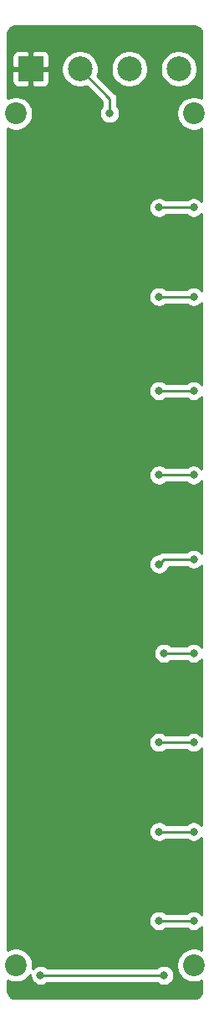
<source format=gbr>
G04 #@! TF.GenerationSoftware,KiCad,Pcbnew,5.1.0*
G04 #@! TF.CreationDate,2019-04-04T22:18:19-05:00*
G04 #@! TF.ProjectId,Strips,53747269-7073-42e6-9b69-6361645f7063,rev?*
G04 #@! TF.SameCoordinates,Original*
G04 #@! TF.FileFunction,Copper,L2,Bot*
G04 #@! TF.FilePolarity,Positive*
%FSLAX46Y46*%
G04 Gerber Fmt 4.6, Leading zero omitted, Abs format (unit mm)*
G04 Created by KiCad (PCBNEW 5.1.0) date 2019-04-04 22:18:19*
%MOMM*%
%LPD*%
G04 APERTURE LIST*
%ADD10C,2.200000*%
%ADD11R,2.500000X2.500000*%
%ADD12C,2.500000*%
%ADD13C,0.800000*%
%ADD14C,0.250000*%
%ADD15C,0.254000*%
G04 APERTURE END LIST*
D10*
X131500000Y-54000000D03*
X149500000Y-54000000D03*
X131500000Y-140000000D03*
X149500000Y-140000000D03*
D11*
X133000000Y-49500000D03*
D12*
X138000000Y-49500000D03*
X143000000Y-49500000D03*
X148000000Y-49500000D03*
D13*
X146000000Y-135500000D03*
X149500000Y-135500000D03*
X146000000Y-126500000D03*
X149500000Y-126500000D03*
X146000000Y-117500000D03*
X149500000Y-117500000D03*
X146500000Y-108500000D03*
X149500000Y-108500000D03*
X146000000Y-99500000D03*
X149500000Y-99000000D03*
X146000000Y-90500000D03*
X149500000Y-90500000D03*
X146000000Y-82000000D03*
X149500000Y-82000000D03*
X146000000Y-72500000D03*
X149500000Y-72500000D03*
X146000000Y-63500000D03*
X149500000Y-63500000D03*
X141000000Y-54000000D03*
X135000000Y-58500000D03*
X134000000Y-67500000D03*
X134000000Y-76500000D03*
X134000000Y-76500000D03*
X134000000Y-85500000D03*
X134000000Y-94500000D03*
X134000000Y-103500000D03*
X134000000Y-112500000D03*
X134000000Y-121500000D03*
X134000000Y-130500000D03*
X134000000Y-139500000D03*
X145000000Y-140000000D03*
X146500000Y-131500000D03*
X146500000Y-122500000D03*
X146500000Y-113500000D03*
X146500000Y-104500000D03*
X146500000Y-95500000D03*
X146500000Y-86500000D03*
X146500000Y-77500000D03*
X146500000Y-68500000D03*
X146500000Y-59500000D03*
X146500000Y-141000000D03*
X134000000Y-141000000D03*
D14*
X146000000Y-135500000D02*
X149500000Y-135500000D01*
X146000000Y-126500000D02*
X149500000Y-126500000D01*
X146000000Y-117500000D02*
X149500000Y-117500000D01*
X146500000Y-108500000D02*
X149500000Y-108500000D01*
X146000000Y-99500000D02*
X146500000Y-99000000D01*
X146500000Y-99000000D02*
X149500000Y-99000000D01*
X146000000Y-90500000D02*
X149500000Y-90500000D01*
X146000000Y-82000000D02*
X149500000Y-82000000D01*
X146000000Y-72500000D02*
X149500000Y-72500000D01*
X146000000Y-63500000D02*
X149500000Y-63500000D01*
X141000000Y-52500000D02*
X138000000Y-49500000D01*
X141000000Y-54000000D02*
X141000000Y-52500000D01*
X146500000Y-141000000D02*
X134000000Y-141000000D01*
D15*
G36*
X149662540Y-45179102D02*
G01*
X149818894Y-45226308D01*
X149963096Y-45302982D01*
X150089663Y-45406207D01*
X150193769Y-45532051D01*
X150271447Y-45675711D01*
X150319742Y-45831729D01*
X150340001Y-46024482D01*
X150340001Y-52474604D01*
X150321831Y-52462463D01*
X150006081Y-52331675D01*
X149670883Y-52265000D01*
X149329117Y-52265000D01*
X148993919Y-52331675D01*
X148678169Y-52462463D01*
X148394002Y-52652337D01*
X148152337Y-52894002D01*
X147962463Y-53178169D01*
X147831675Y-53493919D01*
X147765000Y-53829117D01*
X147765000Y-54170883D01*
X147831675Y-54506081D01*
X147962463Y-54821831D01*
X148152337Y-55105998D01*
X148394002Y-55347663D01*
X148678169Y-55537537D01*
X148993919Y-55668325D01*
X149329117Y-55735000D01*
X149670883Y-55735000D01*
X150006081Y-55668325D01*
X150321831Y-55537537D01*
X150340001Y-55525396D01*
X150340001Y-62894199D01*
X150303937Y-62840226D01*
X150159774Y-62696063D01*
X149990256Y-62582795D01*
X149801898Y-62504774D01*
X149601939Y-62465000D01*
X149398061Y-62465000D01*
X149198102Y-62504774D01*
X149009744Y-62582795D01*
X148840226Y-62696063D01*
X148796289Y-62740000D01*
X146703711Y-62740000D01*
X146659774Y-62696063D01*
X146490256Y-62582795D01*
X146301898Y-62504774D01*
X146101939Y-62465000D01*
X145898061Y-62465000D01*
X145698102Y-62504774D01*
X145509744Y-62582795D01*
X145340226Y-62696063D01*
X145196063Y-62840226D01*
X145082795Y-63009744D01*
X145004774Y-63198102D01*
X144965000Y-63398061D01*
X144965000Y-63601939D01*
X145004774Y-63801898D01*
X145082795Y-63990256D01*
X145196063Y-64159774D01*
X145340226Y-64303937D01*
X145509744Y-64417205D01*
X145698102Y-64495226D01*
X145898061Y-64535000D01*
X146101939Y-64535000D01*
X146301898Y-64495226D01*
X146490256Y-64417205D01*
X146659774Y-64303937D01*
X146703711Y-64260000D01*
X148796289Y-64260000D01*
X148840226Y-64303937D01*
X149009744Y-64417205D01*
X149198102Y-64495226D01*
X149398061Y-64535000D01*
X149601939Y-64535000D01*
X149801898Y-64495226D01*
X149990256Y-64417205D01*
X150159774Y-64303937D01*
X150303937Y-64159774D01*
X150340001Y-64105801D01*
X150340001Y-71894199D01*
X150303937Y-71840226D01*
X150159774Y-71696063D01*
X149990256Y-71582795D01*
X149801898Y-71504774D01*
X149601939Y-71465000D01*
X149398061Y-71465000D01*
X149198102Y-71504774D01*
X149009744Y-71582795D01*
X148840226Y-71696063D01*
X148796289Y-71740000D01*
X146703711Y-71740000D01*
X146659774Y-71696063D01*
X146490256Y-71582795D01*
X146301898Y-71504774D01*
X146101939Y-71465000D01*
X145898061Y-71465000D01*
X145698102Y-71504774D01*
X145509744Y-71582795D01*
X145340226Y-71696063D01*
X145196063Y-71840226D01*
X145082795Y-72009744D01*
X145004774Y-72198102D01*
X144965000Y-72398061D01*
X144965000Y-72601939D01*
X145004774Y-72801898D01*
X145082795Y-72990256D01*
X145196063Y-73159774D01*
X145340226Y-73303937D01*
X145509744Y-73417205D01*
X145698102Y-73495226D01*
X145898061Y-73535000D01*
X146101939Y-73535000D01*
X146301898Y-73495226D01*
X146490256Y-73417205D01*
X146659774Y-73303937D01*
X146703711Y-73260000D01*
X148796289Y-73260000D01*
X148840226Y-73303937D01*
X149009744Y-73417205D01*
X149198102Y-73495226D01*
X149398061Y-73535000D01*
X149601939Y-73535000D01*
X149801898Y-73495226D01*
X149990256Y-73417205D01*
X150159774Y-73303937D01*
X150303937Y-73159774D01*
X150340001Y-73105801D01*
X150340001Y-81394199D01*
X150303937Y-81340226D01*
X150159774Y-81196063D01*
X149990256Y-81082795D01*
X149801898Y-81004774D01*
X149601939Y-80965000D01*
X149398061Y-80965000D01*
X149198102Y-81004774D01*
X149009744Y-81082795D01*
X148840226Y-81196063D01*
X148796289Y-81240000D01*
X146703711Y-81240000D01*
X146659774Y-81196063D01*
X146490256Y-81082795D01*
X146301898Y-81004774D01*
X146101939Y-80965000D01*
X145898061Y-80965000D01*
X145698102Y-81004774D01*
X145509744Y-81082795D01*
X145340226Y-81196063D01*
X145196063Y-81340226D01*
X145082795Y-81509744D01*
X145004774Y-81698102D01*
X144965000Y-81898061D01*
X144965000Y-82101939D01*
X145004774Y-82301898D01*
X145082795Y-82490256D01*
X145196063Y-82659774D01*
X145340226Y-82803937D01*
X145509744Y-82917205D01*
X145698102Y-82995226D01*
X145898061Y-83035000D01*
X146101939Y-83035000D01*
X146301898Y-82995226D01*
X146490256Y-82917205D01*
X146659774Y-82803937D01*
X146703711Y-82760000D01*
X148796289Y-82760000D01*
X148840226Y-82803937D01*
X149009744Y-82917205D01*
X149198102Y-82995226D01*
X149398061Y-83035000D01*
X149601939Y-83035000D01*
X149801898Y-82995226D01*
X149990256Y-82917205D01*
X150159774Y-82803937D01*
X150303937Y-82659774D01*
X150340001Y-82605801D01*
X150340001Y-89894199D01*
X150303937Y-89840226D01*
X150159774Y-89696063D01*
X149990256Y-89582795D01*
X149801898Y-89504774D01*
X149601939Y-89465000D01*
X149398061Y-89465000D01*
X149198102Y-89504774D01*
X149009744Y-89582795D01*
X148840226Y-89696063D01*
X148796289Y-89740000D01*
X146703711Y-89740000D01*
X146659774Y-89696063D01*
X146490256Y-89582795D01*
X146301898Y-89504774D01*
X146101939Y-89465000D01*
X145898061Y-89465000D01*
X145698102Y-89504774D01*
X145509744Y-89582795D01*
X145340226Y-89696063D01*
X145196063Y-89840226D01*
X145082795Y-90009744D01*
X145004774Y-90198102D01*
X144965000Y-90398061D01*
X144965000Y-90601939D01*
X145004774Y-90801898D01*
X145082795Y-90990256D01*
X145196063Y-91159774D01*
X145340226Y-91303937D01*
X145509744Y-91417205D01*
X145698102Y-91495226D01*
X145898061Y-91535000D01*
X146101939Y-91535000D01*
X146301898Y-91495226D01*
X146490256Y-91417205D01*
X146659774Y-91303937D01*
X146703711Y-91260000D01*
X148796289Y-91260000D01*
X148840226Y-91303937D01*
X149009744Y-91417205D01*
X149198102Y-91495226D01*
X149398061Y-91535000D01*
X149601939Y-91535000D01*
X149801898Y-91495226D01*
X149990256Y-91417205D01*
X150159774Y-91303937D01*
X150303937Y-91159774D01*
X150340001Y-91105801D01*
X150340000Y-98394199D01*
X150303937Y-98340226D01*
X150159774Y-98196063D01*
X149990256Y-98082795D01*
X149801898Y-98004774D01*
X149601939Y-97965000D01*
X149398061Y-97965000D01*
X149198102Y-98004774D01*
X149009744Y-98082795D01*
X148840226Y-98196063D01*
X148796289Y-98240000D01*
X146537325Y-98240000D01*
X146500000Y-98236324D01*
X146462675Y-98240000D01*
X146462667Y-98240000D01*
X146351014Y-98250997D01*
X146207753Y-98294454D01*
X146075724Y-98365026D01*
X145959999Y-98459999D01*
X145955895Y-98465000D01*
X145898061Y-98465000D01*
X145698102Y-98504774D01*
X145509744Y-98582795D01*
X145340226Y-98696063D01*
X145196063Y-98840226D01*
X145082795Y-99009744D01*
X145004774Y-99198102D01*
X144965000Y-99398061D01*
X144965000Y-99601939D01*
X145004774Y-99801898D01*
X145082795Y-99990256D01*
X145196063Y-100159774D01*
X145340226Y-100303937D01*
X145509744Y-100417205D01*
X145698102Y-100495226D01*
X145898061Y-100535000D01*
X146101939Y-100535000D01*
X146301898Y-100495226D01*
X146490256Y-100417205D01*
X146659774Y-100303937D01*
X146803937Y-100159774D01*
X146917205Y-99990256D01*
X146995226Y-99801898D01*
X147003560Y-99760000D01*
X148796289Y-99760000D01*
X148840226Y-99803937D01*
X149009744Y-99917205D01*
X149198102Y-99995226D01*
X149398061Y-100035000D01*
X149601939Y-100035000D01*
X149801898Y-99995226D01*
X149990256Y-99917205D01*
X150159774Y-99803937D01*
X150303937Y-99659774D01*
X150340000Y-99605801D01*
X150340000Y-107894199D01*
X150303937Y-107840226D01*
X150159774Y-107696063D01*
X149990256Y-107582795D01*
X149801898Y-107504774D01*
X149601939Y-107465000D01*
X149398061Y-107465000D01*
X149198102Y-107504774D01*
X149009744Y-107582795D01*
X148840226Y-107696063D01*
X148796289Y-107740000D01*
X147203711Y-107740000D01*
X147159774Y-107696063D01*
X146990256Y-107582795D01*
X146801898Y-107504774D01*
X146601939Y-107465000D01*
X146398061Y-107465000D01*
X146198102Y-107504774D01*
X146009744Y-107582795D01*
X145840226Y-107696063D01*
X145696063Y-107840226D01*
X145582795Y-108009744D01*
X145504774Y-108198102D01*
X145465000Y-108398061D01*
X145465000Y-108601939D01*
X145504774Y-108801898D01*
X145582795Y-108990256D01*
X145696063Y-109159774D01*
X145840226Y-109303937D01*
X146009744Y-109417205D01*
X146198102Y-109495226D01*
X146398061Y-109535000D01*
X146601939Y-109535000D01*
X146801898Y-109495226D01*
X146990256Y-109417205D01*
X147159774Y-109303937D01*
X147203711Y-109260000D01*
X148796289Y-109260000D01*
X148840226Y-109303937D01*
X149009744Y-109417205D01*
X149198102Y-109495226D01*
X149398061Y-109535000D01*
X149601939Y-109535000D01*
X149801898Y-109495226D01*
X149990256Y-109417205D01*
X150159774Y-109303937D01*
X150303937Y-109159774D01*
X150340000Y-109105801D01*
X150340000Y-116894199D01*
X150303937Y-116840226D01*
X150159774Y-116696063D01*
X149990256Y-116582795D01*
X149801898Y-116504774D01*
X149601939Y-116465000D01*
X149398061Y-116465000D01*
X149198102Y-116504774D01*
X149009744Y-116582795D01*
X148840226Y-116696063D01*
X148796289Y-116740000D01*
X146703711Y-116740000D01*
X146659774Y-116696063D01*
X146490256Y-116582795D01*
X146301898Y-116504774D01*
X146101939Y-116465000D01*
X145898061Y-116465000D01*
X145698102Y-116504774D01*
X145509744Y-116582795D01*
X145340226Y-116696063D01*
X145196063Y-116840226D01*
X145082795Y-117009744D01*
X145004774Y-117198102D01*
X144965000Y-117398061D01*
X144965000Y-117601939D01*
X145004774Y-117801898D01*
X145082795Y-117990256D01*
X145196063Y-118159774D01*
X145340226Y-118303937D01*
X145509744Y-118417205D01*
X145698102Y-118495226D01*
X145898061Y-118535000D01*
X146101939Y-118535000D01*
X146301898Y-118495226D01*
X146490256Y-118417205D01*
X146659774Y-118303937D01*
X146703711Y-118260000D01*
X148796289Y-118260000D01*
X148840226Y-118303937D01*
X149009744Y-118417205D01*
X149198102Y-118495226D01*
X149398061Y-118535000D01*
X149601939Y-118535000D01*
X149801898Y-118495226D01*
X149990256Y-118417205D01*
X150159774Y-118303937D01*
X150303937Y-118159774D01*
X150340000Y-118105801D01*
X150340000Y-125894198D01*
X150303937Y-125840226D01*
X150159774Y-125696063D01*
X149990256Y-125582795D01*
X149801898Y-125504774D01*
X149601939Y-125465000D01*
X149398061Y-125465000D01*
X149198102Y-125504774D01*
X149009744Y-125582795D01*
X148840226Y-125696063D01*
X148796289Y-125740000D01*
X146703711Y-125740000D01*
X146659774Y-125696063D01*
X146490256Y-125582795D01*
X146301898Y-125504774D01*
X146101939Y-125465000D01*
X145898061Y-125465000D01*
X145698102Y-125504774D01*
X145509744Y-125582795D01*
X145340226Y-125696063D01*
X145196063Y-125840226D01*
X145082795Y-126009744D01*
X145004774Y-126198102D01*
X144965000Y-126398061D01*
X144965000Y-126601939D01*
X145004774Y-126801898D01*
X145082795Y-126990256D01*
X145196063Y-127159774D01*
X145340226Y-127303937D01*
X145509744Y-127417205D01*
X145698102Y-127495226D01*
X145898061Y-127535000D01*
X146101939Y-127535000D01*
X146301898Y-127495226D01*
X146490256Y-127417205D01*
X146659774Y-127303937D01*
X146703711Y-127260000D01*
X148796289Y-127260000D01*
X148840226Y-127303937D01*
X149009744Y-127417205D01*
X149198102Y-127495226D01*
X149398061Y-127535000D01*
X149601939Y-127535000D01*
X149801898Y-127495226D01*
X149990256Y-127417205D01*
X150159774Y-127303937D01*
X150303937Y-127159774D01*
X150340000Y-127105802D01*
X150340000Y-134894198D01*
X150303937Y-134840226D01*
X150159774Y-134696063D01*
X149990256Y-134582795D01*
X149801898Y-134504774D01*
X149601939Y-134465000D01*
X149398061Y-134465000D01*
X149198102Y-134504774D01*
X149009744Y-134582795D01*
X148840226Y-134696063D01*
X148796289Y-134740000D01*
X146703711Y-134740000D01*
X146659774Y-134696063D01*
X146490256Y-134582795D01*
X146301898Y-134504774D01*
X146101939Y-134465000D01*
X145898061Y-134465000D01*
X145698102Y-134504774D01*
X145509744Y-134582795D01*
X145340226Y-134696063D01*
X145196063Y-134840226D01*
X145082795Y-135009744D01*
X145004774Y-135198102D01*
X144965000Y-135398061D01*
X144965000Y-135601939D01*
X145004774Y-135801898D01*
X145082795Y-135990256D01*
X145196063Y-136159774D01*
X145340226Y-136303937D01*
X145509744Y-136417205D01*
X145698102Y-136495226D01*
X145898061Y-136535000D01*
X146101939Y-136535000D01*
X146301898Y-136495226D01*
X146490256Y-136417205D01*
X146659774Y-136303937D01*
X146703711Y-136260000D01*
X148796289Y-136260000D01*
X148840226Y-136303937D01*
X149009744Y-136417205D01*
X149198102Y-136495226D01*
X149398061Y-136535000D01*
X149601939Y-136535000D01*
X149801898Y-136495226D01*
X149990256Y-136417205D01*
X150159774Y-136303937D01*
X150303937Y-136159774D01*
X150340000Y-136105802D01*
X150340000Y-138474603D01*
X150321831Y-138462463D01*
X150006081Y-138331675D01*
X149670883Y-138265000D01*
X149329117Y-138265000D01*
X148993919Y-138331675D01*
X148678169Y-138462463D01*
X148394002Y-138652337D01*
X148152337Y-138894002D01*
X147962463Y-139178169D01*
X147831675Y-139493919D01*
X147765000Y-139829117D01*
X147765000Y-140170883D01*
X147831675Y-140506081D01*
X147962463Y-140821831D01*
X148152337Y-141105998D01*
X148394002Y-141347663D01*
X148678169Y-141537537D01*
X148993919Y-141668325D01*
X149329117Y-141735000D01*
X149670883Y-141735000D01*
X150006081Y-141668325D01*
X150321831Y-141537537D01*
X150340000Y-141525397D01*
X150340000Y-142467723D01*
X150320898Y-142662540D01*
X150273692Y-142818895D01*
X150197018Y-142963096D01*
X150093792Y-143089664D01*
X149967951Y-143193768D01*
X149824289Y-143271447D01*
X149668271Y-143319742D01*
X149475527Y-143340000D01*
X131532277Y-143340000D01*
X131337460Y-143320898D01*
X131181105Y-143273692D01*
X131036904Y-143197018D01*
X130910336Y-143093792D01*
X130806232Y-142967951D01*
X130728553Y-142824289D01*
X130680258Y-142668271D01*
X130660000Y-142475527D01*
X130660000Y-141525397D01*
X130678169Y-141537537D01*
X130993919Y-141668325D01*
X131329117Y-141735000D01*
X131670883Y-141735000D01*
X132006081Y-141668325D01*
X132321831Y-141537537D01*
X132605998Y-141347663D01*
X132847663Y-141105998D01*
X132965000Y-140930390D01*
X132965000Y-141101939D01*
X133004774Y-141301898D01*
X133082795Y-141490256D01*
X133196063Y-141659774D01*
X133340226Y-141803937D01*
X133509744Y-141917205D01*
X133698102Y-141995226D01*
X133898061Y-142035000D01*
X134101939Y-142035000D01*
X134301898Y-141995226D01*
X134490256Y-141917205D01*
X134659774Y-141803937D01*
X134703711Y-141760000D01*
X145796289Y-141760000D01*
X145840226Y-141803937D01*
X146009744Y-141917205D01*
X146198102Y-141995226D01*
X146398061Y-142035000D01*
X146601939Y-142035000D01*
X146801898Y-141995226D01*
X146990256Y-141917205D01*
X147159774Y-141803937D01*
X147303937Y-141659774D01*
X147417205Y-141490256D01*
X147495226Y-141301898D01*
X147535000Y-141101939D01*
X147535000Y-140898061D01*
X147495226Y-140698102D01*
X147417205Y-140509744D01*
X147303937Y-140340226D01*
X147159774Y-140196063D01*
X146990256Y-140082795D01*
X146801898Y-140004774D01*
X146601939Y-139965000D01*
X146398061Y-139965000D01*
X146198102Y-140004774D01*
X146009744Y-140082795D01*
X145840226Y-140196063D01*
X145796289Y-140240000D01*
X134703711Y-140240000D01*
X134659774Y-140196063D01*
X134490256Y-140082795D01*
X134301898Y-140004774D01*
X134101939Y-139965000D01*
X133898061Y-139965000D01*
X133698102Y-140004774D01*
X133509744Y-140082795D01*
X133340226Y-140196063D01*
X133202620Y-140333669D01*
X133235000Y-140170883D01*
X133235000Y-139829117D01*
X133168325Y-139493919D01*
X133037537Y-139178169D01*
X132847663Y-138894002D01*
X132605998Y-138652337D01*
X132321831Y-138462463D01*
X132006081Y-138331675D01*
X131670883Y-138265000D01*
X131329117Y-138265000D01*
X130993919Y-138331675D01*
X130678169Y-138462463D01*
X130660000Y-138474603D01*
X130660000Y-55525397D01*
X130678169Y-55537537D01*
X130993919Y-55668325D01*
X131329117Y-55735000D01*
X131670883Y-55735000D01*
X132006081Y-55668325D01*
X132321831Y-55537537D01*
X132605998Y-55347663D01*
X132847663Y-55105998D01*
X133037537Y-54821831D01*
X133168325Y-54506081D01*
X133235000Y-54170883D01*
X133235000Y-53829117D01*
X133168325Y-53493919D01*
X133037537Y-53178169D01*
X132847663Y-52894002D01*
X132605998Y-52652337D01*
X132321831Y-52462463D01*
X132006081Y-52331675D01*
X131670883Y-52265000D01*
X131329117Y-52265000D01*
X130993919Y-52331675D01*
X130678169Y-52462463D01*
X130660000Y-52474603D01*
X130660000Y-50750000D01*
X131111928Y-50750000D01*
X131124188Y-50874482D01*
X131160498Y-50994180D01*
X131219463Y-51104494D01*
X131298815Y-51201185D01*
X131395506Y-51280537D01*
X131505820Y-51339502D01*
X131625518Y-51375812D01*
X131750000Y-51388072D01*
X132714250Y-51385000D01*
X132873000Y-51226250D01*
X132873000Y-49627000D01*
X133127000Y-49627000D01*
X133127000Y-51226250D01*
X133285750Y-51385000D01*
X134250000Y-51388072D01*
X134374482Y-51375812D01*
X134494180Y-51339502D01*
X134604494Y-51280537D01*
X134701185Y-51201185D01*
X134780537Y-51104494D01*
X134839502Y-50994180D01*
X134875812Y-50874482D01*
X134888072Y-50750000D01*
X134885000Y-49785750D01*
X134726250Y-49627000D01*
X133127000Y-49627000D01*
X132873000Y-49627000D01*
X131273750Y-49627000D01*
X131115000Y-49785750D01*
X131111928Y-50750000D01*
X130660000Y-50750000D01*
X130660000Y-48250000D01*
X131111928Y-48250000D01*
X131115000Y-49214250D01*
X131273750Y-49373000D01*
X132873000Y-49373000D01*
X132873000Y-47773750D01*
X133127000Y-47773750D01*
X133127000Y-49373000D01*
X134726250Y-49373000D01*
X134784906Y-49314344D01*
X136115000Y-49314344D01*
X136115000Y-49685656D01*
X136187439Y-50049834D01*
X136329534Y-50392882D01*
X136535825Y-50701618D01*
X136798382Y-50964175D01*
X137107118Y-51170466D01*
X137450166Y-51312561D01*
X137814344Y-51385000D01*
X138185656Y-51385000D01*
X138549834Y-51312561D01*
X138682717Y-51257519D01*
X140240001Y-52814803D01*
X140240000Y-53296289D01*
X140196063Y-53340226D01*
X140082795Y-53509744D01*
X140004774Y-53698102D01*
X139965000Y-53898061D01*
X139965000Y-54101939D01*
X140004774Y-54301898D01*
X140082795Y-54490256D01*
X140196063Y-54659774D01*
X140340226Y-54803937D01*
X140509744Y-54917205D01*
X140698102Y-54995226D01*
X140898061Y-55035000D01*
X141101939Y-55035000D01*
X141301898Y-54995226D01*
X141490256Y-54917205D01*
X141659774Y-54803937D01*
X141803937Y-54659774D01*
X141917205Y-54490256D01*
X141995226Y-54301898D01*
X142035000Y-54101939D01*
X142035000Y-53898061D01*
X141995226Y-53698102D01*
X141917205Y-53509744D01*
X141803937Y-53340226D01*
X141760000Y-53296289D01*
X141760000Y-52537325D01*
X141763676Y-52500000D01*
X141760000Y-52462675D01*
X141760000Y-52462667D01*
X141749003Y-52351014D01*
X141705546Y-52207753D01*
X141634974Y-52075724D01*
X141540001Y-51959999D01*
X141511003Y-51936201D01*
X139757519Y-50182717D01*
X139812561Y-50049834D01*
X139885000Y-49685656D01*
X139885000Y-49314344D01*
X141115000Y-49314344D01*
X141115000Y-49685656D01*
X141187439Y-50049834D01*
X141329534Y-50392882D01*
X141535825Y-50701618D01*
X141798382Y-50964175D01*
X142107118Y-51170466D01*
X142450166Y-51312561D01*
X142814344Y-51385000D01*
X143185656Y-51385000D01*
X143549834Y-51312561D01*
X143892882Y-51170466D01*
X144201618Y-50964175D01*
X144464175Y-50701618D01*
X144670466Y-50392882D01*
X144812561Y-50049834D01*
X144885000Y-49685656D01*
X144885000Y-49314344D01*
X146115000Y-49314344D01*
X146115000Y-49685656D01*
X146187439Y-50049834D01*
X146329534Y-50392882D01*
X146535825Y-50701618D01*
X146798382Y-50964175D01*
X147107118Y-51170466D01*
X147450166Y-51312561D01*
X147814344Y-51385000D01*
X148185656Y-51385000D01*
X148549834Y-51312561D01*
X148892882Y-51170466D01*
X149201618Y-50964175D01*
X149464175Y-50701618D01*
X149670466Y-50392882D01*
X149812561Y-50049834D01*
X149885000Y-49685656D01*
X149885000Y-49314344D01*
X149812561Y-48950166D01*
X149670466Y-48607118D01*
X149464175Y-48298382D01*
X149201618Y-48035825D01*
X148892882Y-47829534D01*
X148549834Y-47687439D01*
X148185656Y-47615000D01*
X147814344Y-47615000D01*
X147450166Y-47687439D01*
X147107118Y-47829534D01*
X146798382Y-48035825D01*
X146535825Y-48298382D01*
X146329534Y-48607118D01*
X146187439Y-48950166D01*
X146115000Y-49314344D01*
X144885000Y-49314344D01*
X144812561Y-48950166D01*
X144670466Y-48607118D01*
X144464175Y-48298382D01*
X144201618Y-48035825D01*
X143892882Y-47829534D01*
X143549834Y-47687439D01*
X143185656Y-47615000D01*
X142814344Y-47615000D01*
X142450166Y-47687439D01*
X142107118Y-47829534D01*
X141798382Y-48035825D01*
X141535825Y-48298382D01*
X141329534Y-48607118D01*
X141187439Y-48950166D01*
X141115000Y-49314344D01*
X139885000Y-49314344D01*
X139812561Y-48950166D01*
X139670466Y-48607118D01*
X139464175Y-48298382D01*
X139201618Y-48035825D01*
X138892882Y-47829534D01*
X138549834Y-47687439D01*
X138185656Y-47615000D01*
X137814344Y-47615000D01*
X137450166Y-47687439D01*
X137107118Y-47829534D01*
X136798382Y-48035825D01*
X136535825Y-48298382D01*
X136329534Y-48607118D01*
X136187439Y-48950166D01*
X136115000Y-49314344D01*
X134784906Y-49314344D01*
X134885000Y-49214250D01*
X134888072Y-48250000D01*
X134875812Y-48125518D01*
X134839502Y-48005820D01*
X134780537Y-47895506D01*
X134701185Y-47798815D01*
X134604494Y-47719463D01*
X134494180Y-47660498D01*
X134374482Y-47624188D01*
X134250000Y-47611928D01*
X133285750Y-47615000D01*
X133127000Y-47773750D01*
X132873000Y-47773750D01*
X132714250Y-47615000D01*
X131750000Y-47611928D01*
X131625518Y-47624188D01*
X131505820Y-47660498D01*
X131395506Y-47719463D01*
X131298815Y-47798815D01*
X131219463Y-47895506D01*
X131160498Y-48005820D01*
X131124188Y-48125518D01*
X131111928Y-48250000D01*
X130660000Y-48250000D01*
X130660000Y-46032277D01*
X130679102Y-45837460D01*
X130726308Y-45681106D01*
X130802982Y-45536904D01*
X130906207Y-45410337D01*
X131032051Y-45306231D01*
X131175711Y-45228553D01*
X131331729Y-45180258D01*
X131524473Y-45160000D01*
X149467723Y-45160000D01*
X149662540Y-45179102D01*
X149662540Y-45179102D01*
G37*
X149662540Y-45179102D02*
X149818894Y-45226308D01*
X149963096Y-45302982D01*
X150089663Y-45406207D01*
X150193769Y-45532051D01*
X150271447Y-45675711D01*
X150319742Y-45831729D01*
X150340001Y-46024482D01*
X150340001Y-52474604D01*
X150321831Y-52462463D01*
X150006081Y-52331675D01*
X149670883Y-52265000D01*
X149329117Y-52265000D01*
X148993919Y-52331675D01*
X148678169Y-52462463D01*
X148394002Y-52652337D01*
X148152337Y-52894002D01*
X147962463Y-53178169D01*
X147831675Y-53493919D01*
X147765000Y-53829117D01*
X147765000Y-54170883D01*
X147831675Y-54506081D01*
X147962463Y-54821831D01*
X148152337Y-55105998D01*
X148394002Y-55347663D01*
X148678169Y-55537537D01*
X148993919Y-55668325D01*
X149329117Y-55735000D01*
X149670883Y-55735000D01*
X150006081Y-55668325D01*
X150321831Y-55537537D01*
X150340001Y-55525396D01*
X150340001Y-62894199D01*
X150303937Y-62840226D01*
X150159774Y-62696063D01*
X149990256Y-62582795D01*
X149801898Y-62504774D01*
X149601939Y-62465000D01*
X149398061Y-62465000D01*
X149198102Y-62504774D01*
X149009744Y-62582795D01*
X148840226Y-62696063D01*
X148796289Y-62740000D01*
X146703711Y-62740000D01*
X146659774Y-62696063D01*
X146490256Y-62582795D01*
X146301898Y-62504774D01*
X146101939Y-62465000D01*
X145898061Y-62465000D01*
X145698102Y-62504774D01*
X145509744Y-62582795D01*
X145340226Y-62696063D01*
X145196063Y-62840226D01*
X145082795Y-63009744D01*
X145004774Y-63198102D01*
X144965000Y-63398061D01*
X144965000Y-63601939D01*
X145004774Y-63801898D01*
X145082795Y-63990256D01*
X145196063Y-64159774D01*
X145340226Y-64303937D01*
X145509744Y-64417205D01*
X145698102Y-64495226D01*
X145898061Y-64535000D01*
X146101939Y-64535000D01*
X146301898Y-64495226D01*
X146490256Y-64417205D01*
X146659774Y-64303937D01*
X146703711Y-64260000D01*
X148796289Y-64260000D01*
X148840226Y-64303937D01*
X149009744Y-64417205D01*
X149198102Y-64495226D01*
X149398061Y-64535000D01*
X149601939Y-64535000D01*
X149801898Y-64495226D01*
X149990256Y-64417205D01*
X150159774Y-64303937D01*
X150303937Y-64159774D01*
X150340001Y-64105801D01*
X150340001Y-71894199D01*
X150303937Y-71840226D01*
X150159774Y-71696063D01*
X149990256Y-71582795D01*
X149801898Y-71504774D01*
X149601939Y-71465000D01*
X149398061Y-71465000D01*
X149198102Y-71504774D01*
X149009744Y-71582795D01*
X148840226Y-71696063D01*
X148796289Y-71740000D01*
X146703711Y-71740000D01*
X146659774Y-71696063D01*
X146490256Y-71582795D01*
X146301898Y-71504774D01*
X146101939Y-71465000D01*
X145898061Y-71465000D01*
X145698102Y-71504774D01*
X145509744Y-71582795D01*
X145340226Y-71696063D01*
X145196063Y-71840226D01*
X145082795Y-72009744D01*
X145004774Y-72198102D01*
X144965000Y-72398061D01*
X144965000Y-72601939D01*
X145004774Y-72801898D01*
X145082795Y-72990256D01*
X145196063Y-73159774D01*
X145340226Y-73303937D01*
X145509744Y-73417205D01*
X145698102Y-73495226D01*
X145898061Y-73535000D01*
X146101939Y-73535000D01*
X146301898Y-73495226D01*
X146490256Y-73417205D01*
X146659774Y-73303937D01*
X146703711Y-73260000D01*
X148796289Y-73260000D01*
X148840226Y-73303937D01*
X149009744Y-73417205D01*
X149198102Y-73495226D01*
X149398061Y-73535000D01*
X149601939Y-73535000D01*
X149801898Y-73495226D01*
X149990256Y-73417205D01*
X150159774Y-73303937D01*
X150303937Y-73159774D01*
X150340001Y-73105801D01*
X150340001Y-81394199D01*
X150303937Y-81340226D01*
X150159774Y-81196063D01*
X149990256Y-81082795D01*
X149801898Y-81004774D01*
X149601939Y-80965000D01*
X149398061Y-80965000D01*
X149198102Y-81004774D01*
X149009744Y-81082795D01*
X148840226Y-81196063D01*
X148796289Y-81240000D01*
X146703711Y-81240000D01*
X146659774Y-81196063D01*
X146490256Y-81082795D01*
X146301898Y-81004774D01*
X146101939Y-80965000D01*
X145898061Y-80965000D01*
X145698102Y-81004774D01*
X145509744Y-81082795D01*
X145340226Y-81196063D01*
X145196063Y-81340226D01*
X145082795Y-81509744D01*
X145004774Y-81698102D01*
X144965000Y-81898061D01*
X144965000Y-82101939D01*
X145004774Y-82301898D01*
X145082795Y-82490256D01*
X145196063Y-82659774D01*
X145340226Y-82803937D01*
X145509744Y-82917205D01*
X145698102Y-82995226D01*
X145898061Y-83035000D01*
X146101939Y-83035000D01*
X146301898Y-82995226D01*
X146490256Y-82917205D01*
X146659774Y-82803937D01*
X146703711Y-82760000D01*
X148796289Y-82760000D01*
X148840226Y-82803937D01*
X149009744Y-82917205D01*
X149198102Y-82995226D01*
X149398061Y-83035000D01*
X149601939Y-83035000D01*
X149801898Y-82995226D01*
X149990256Y-82917205D01*
X150159774Y-82803937D01*
X150303937Y-82659774D01*
X150340001Y-82605801D01*
X150340001Y-89894199D01*
X150303937Y-89840226D01*
X150159774Y-89696063D01*
X149990256Y-89582795D01*
X149801898Y-89504774D01*
X149601939Y-89465000D01*
X149398061Y-89465000D01*
X149198102Y-89504774D01*
X149009744Y-89582795D01*
X148840226Y-89696063D01*
X148796289Y-89740000D01*
X146703711Y-89740000D01*
X146659774Y-89696063D01*
X146490256Y-89582795D01*
X146301898Y-89504774D01*
X146101939Y-89465000D01*
X145898061Y-89465000D01*
X145698102Y-89504774D01*
X145509744Y-89582795D01*
X145340226Y-89696063D01*
X145196063Y-89840226D01*
X145082795Y-90009744D01*
X145004774Y-90198102D01*
X144965000Y-90398061D01*
X144965000Y-90601939D01*
X145004774Y-90801898D01*
X145082795Y-90990256D01*
X145196063Y-91159774D01*
X145340226Y-91303937D01*
X145509744Y-91417205D01*
X145698102Y-91495226D01*
X145898061Y-91535000D01*
X146101939Y-91535000D01*
X146301898Y-91495226D01*
X146490256Y-91417205D01*
X146659774Y-91303937D01*
X146703711Y-91260000D01*
X148796289Y-91260000D01*
X148840226Y-91303937D01*
X149009744Y-91417205D01*
X149198102Y-91495226D01*
X149398061Y-91535000D01*
X149601939Y-91535000D01*
X149801898Y-91495226D01*
X149990256Y-91417205D01*
X150159774Y-91303937D01*
X150303937Y-91159774D01*
X150340001Y-91105801D01*
X150340000Y-98394199D01*
X150303937Y-98340226D01*
X150159774Y-98196063D01*
X149990256Y-98082795D01*
X149801898Y-98004774D01*
X149601939Y-97965000D01*
X149398061Y-97965000D01*
X149198102Y-98004774D01*
X149009744Y-98082795D01*
X148840226Y-98196063D01*
X148796289Y-98240000D01*
X146537325Y-98240000D01*
X146500000Y-98236324D01*
X146462675Y-98240000D01*
X146462667Y-98240000D01*
X146351014Y-98250997D01*
X146207753Y-98294454D01*
X146075724Y-98365026D01*
X145959999Y-98459999D01*
X145955895Y-98465000D01*
X145898061Y-98465000D01*
X145698102Y-98504774D01*
X145509744Y-98582795D01*
X145340226Y-98696063D01*
X145196063Y-98840226D01*
X145082795Y-99009744D01*
X145004774Y-99198102D01*
X144965000Y-99398061D01*
X144965000Y-99601939D01*
X145004774Y-99801898D01*
X145082795Y-99990256D01*
X145196063Y-100159774D01*
X145340226Y-100303937D01*
X145509744Y-100417205D01*
X145698102Y-100495226D01*
X145898061Y-100535000D01*
X146101939Y-100535000D01*
X146301898Y-100495226D01*
X146490256Y-100417205D01*
X146659774Y-100303937D01*
X146803937Y-100159774D01*
X146917205Y-99990256D01*
X146995226Y-99801898D01*
X147003560Y-99760000D01*
X148796289Y-99760000D01*
X148840226Y-99803937D01*
X149009744Y-99917205D01*
X149198102Y-99995226D01*
X149398061Y-100035000D01*
X149601939Y-100035000D01*
X149801898Y-99995226D01*
X149990256Y-99917205D01*
X150159774Y-99803937D01*
X150303937Y-99659774D01*
X150340000Y-99605801D01*
X150340000Y-107894199D01*
X150303937Y-107840226D01*
X150159774Y-107696063D01*
X149990256Y-107582795D01*
X149801898Y-107504774D01*
X149601939Y-107465000D01*
X149398061Y-107465000D01*
X149198102Y-107504774D01*
X149009744Y-107582795D01*
X148840226Y-107696063D01*
X148796289Y-107740000D01*
X147203711Y-107740000D01*
X147159774Y-107696063D01*
X146990256Y-107582795D01*
X146801898Y-107504774D01*
X146601939Y-107465000D01*
X146398061Y-107465000D01*
X146198102Y-107504774D01*
X146009744Y-107582795D01*
X145840226Y-107696063D01*
X145696063Y-107840226D01*
X145582795Y-108009744D01*
X145504774Y-108198102D01*
X145465000Y-108398061D01*
X145465000Y-108601939D01*
X145504774Y-108801898D01*
X145582795Y-108990256D01*
X145696063Y-109159774D01*
X145840226Y-109303937D01*
X146009744Y-109417205D01*
X146198102Y-109495226D01*
X146398061Y-109535000D01*
X146601939Y-109535000D01*
X146801898Y-109495226D01*
X146990256Y-109417205D01*
X147159774Y-109303937D01*
X147203711Y-109260000D01*
X148796289Y-109260000D01*
X148840226Y-109303937D01*
X149009744Y-109417205D01*
X149198102Y-109495226D01*
X149398061Y-109535000D01*
X149601939Y-109535000D01*
X149801898Y-109495226D01*
X149990256Y-109417205D01*
X150159774Y-109303937D01*
X150303937Y-109159774D01*
X150340000Y-109105801D01*
X150340000Y-116894199D01*
X150303937Y-116840226D01*
X150159774Y-116696063D01*
X149990256Y-116582795D01*
X149801898Y-116504774D01*
X149601939Y-116465000D01*
X149398061Y-116465000D01*
X149198102Y-116504774D01*
X149009744Y-116582795D01*
X148840226Y-116696063D01*
X148796289Y-116740000D01*
X146703711Y-116740000D01*
X146659774Y-116696063D01*
X146490256Y-116582795D01*
X146301898Y-116504774D01*
X146101939Y-116465000D01*
X145898061Y-116465000D01*
X145698102Y-116504774D01*
X145509744Y-116582795D01*
X145340226Y-116696063D01*
X145196063Y-116840226D01*
X145082795Y-117009744D01*
X145004774Y-117198102D01*
X144965000Y-117398061D01*
X144965000Y-117601939D01*
X145004774Y-117801898D01*
X145082795Y-117990256D01*
X145196063Y-118159774D01*
X145340226Y-118303937D01*
X145509744Y-118417205D01*
X145698102Y-118495226D01*
X145898061Y-118535000D01*
X146101939Y-118535000D01*
X146301898Y-118495226D01*
X146490256Y-118417205D01*
X146659774Y-118303937D01*
X146703711Y-118260000D01*
X148796289Y-118260000D01*
X148840226Y-118303937D01*
X149009744Y-118417205D01*
X149198102Y-118495226D01*
X149398061Y-118535000D01*
X149601939Y-118535000D01*
X149801898Y-118495226D01*
X149990256Y-118417205D01*
X150159774Y-118303937D01*
X150303937Y-118159774D01*
X150340000Y-118105801D01*
X150340000Y-125894198D01*
X150303937Y-125840226D01*
X150159774Y-125696063D01*
X149990256Y-125582795D01*
X149801898Y-125504774D01*
X149601939Y-125465000D01*
X149398061Y-125465000D01*
X149198102Y-125504774D01*
X149009744Y-125582795D01*
X148840226Y-125696063D01*
X148796289Y-125740000D01*
X146703711Y-125740000D01*
X146659774Y-125696063D01*
X146490256Y-125582795D01*
X146301898Y-125504774D01*
X146101939Y-125465000D01*
X145898061Y-125465000D01*
X145698102Y-125504774D01*
X145509744Y-125582795D01*
X145340226Y-125696063D01*
X145196063Y-125840226D01*
X145082795Y-126009744D01*
X145004774Y-126198102D01*
X144965000Y-126398061D01*
X144965000Y-126601939D01*
X145004774Y-126801898D01*
X145082795Y-126990256D01*
X145196063Y-127159774D01*
X145340226Y-127303937D01*
X145509744Y-127417205D01*
X145698102Y-127495226D01*
X145898061Y-127535000D01*
X146101939Y-127535000D01*
X146301898Y-127495226D01*
X146490256Y-127417205D01*
X146659774Y-127303937D01*
X146703711Y-127260000D01*
X148796289Y-127260000D01*
X148840226Y-127303937D01*
X149009744Y-127417205D01*
X149198102Y-127495226D01*
X149398061Y-127535000D01*
X149601939Y-127535000D01*
X149801898Y-127495226D01*
X149990256Y-127417205D01*
X150159774Y-127303937D01*
X150303937Y-127159774D01*
X150340000Y-127105802D01*
X150340000Y-134894198D01*
X150303937Y-134840226D01*
X150159774Y-134696063D01*
X149990256Y-134582795D01*
X149801898Y-134504774D01*
X149601939Y-134465000D01*
X149398061Y-134465000D01*
X149198102Y-134504774D01*
X149009744Y-134582795D01*
X148840226Y-134696063D01*
X148796289Y-134740000D01*
X146703711Y-134740000D01*
X146659774Y-134696063D01*
X146490256Y-134582795D01*
X146301898Y-134504774D01*
X146101939Y-134465000D01*
X145898061Y-134465000D01*
X145698102Y-134504774D01*
X145509744Y-134582795D01*
X145340226Y-134696063D01*
X145196063Y-134840226D01*
X145082795Y-135009744D01*
X145004774Y-135198102D01*
X144965000Y-135398061D01*
X144965000Y-135601939D01*
X145004774Y-135801898D01*
X145082795Y-135990256D01*
X145196063Y-136159774D01*
X145340226Y-136303937D01*
X145509744Y-136417205D01*
X145698102Y-136495226D01*
X145898061Y-136535000D01*
X146101939Y-136535000D01*
X146301898Y-136495226D01*
X146490256Y-136417205D01*
X146659774Y-136303937D01*
X146703711Y-136260000D01*
X148796289Y-136260000D01*
X148840226Y-136303937D01*
X149009744Y-136417205D01*
X149198102Y-136495226D01*
X149398061Y-136535000D01*
X149601939Y-136535000D01*
X149801898Y-136495226D01*
X149990256Y-136417205D01*
X150159774Y-136303937D01*
X150303937Y-136159774D01*
X150340000Y-136105802D01*
X150340000Y-138474603D01*
X150321831Y-138462463D01*
X150006081Y-138331675D01*
X149670883Y-138265000D01*
X149329117Y-138265000D01*
X148993919Y-138331675D01*
X148678169Y-138462463D01*
X148394002Y-138652337D01*
X148152337Y-138894002D01*
X147962463Y-139178169D01*
X147831675Y-139493919D01*
X147765000Y-139829117D01*
X147765000Y-140170883D01*
X147831675Y-140506081D01*
X147962463Y-140821831D01*
X148152337Y-141105998D01*
X148394002Y-141347663D01*
X148678169Y-141537537D01*
X148993919Y-141668325D01*
X149329117Y-141735000D01*
X149670883Y-141735000D01*
X150006081Y-141668325D01*
X150321831Y-141537537D01*
X150340000Y-141525397D01*
X150340000Y-142467723D01*
X150320898Y-142662540D01*
X150273692Y-142818895D01*
X150197018Y-142963096D01*
X150093792Y-143089664D01*
X149967951Y-143193768D01*
X149824289Y-143271447D01*
X149668271Y-143319742D01*
X149475527Y-143340000D01*
X131532277Y-143340000D01*
X131337460Y-143320898D01*
X131181105Y-143273692D01*
X131036904Y-143197018D01*
X130910336Y-143093792D01*
X130806232Y-142967951D01*
X130728553Y-142824289D01*
X130680258Y-142668271D01*
X130660000Y-142475527D01*
X130660000Y-141525397D01*
X130678169Y-141537537D01*
X130993919Y-141668325D01*
X131329117Y-141735000D01*
X131670883Y-141735000D01*
X132006081Y-141668325D01*
X132321831Y-141537537D01*
X132605998Y-141347663D01*
X132847663Y-141105998D01*
X132965000Y-140930390D01*
X132965000Y-141101939D01*
X133004774Y-141301898D01*
X133082795Y-141490256D01*
X133196063Y-141659774D01*
X133340226Y-141803937D01*
X133509744Y-141917205D01*
X133698102Y-141995226D01*
X133898061Y-142035000D01*
X134101939Y-142035000D01*
X134301898Y-141995226D01*
X134490256Y-141917205D01*
X134659774Y-141803937D01*
X134703711Y-141760000D01*
X145796289Y-141760000D01*
X145840226Y-141803937D01*
X146009744Y-141917205D01*
X146198102Y-141995226D01*
X146398061Y-142035000D01*
X146601939Y-142035000D01*
X146801898Y-141995226D01*
X146990256Y-141917205D01*
X147159774Y-141803937D01*
X147303937Y-141659774D01*
X147417205Y-141490256D01*
X147495226Y-141301898D01*
X147535000Y-141101939D01*
X147535000Y-140898061D01*
X147495226Y-140698102D01*
X147417205Y-140509744D01*
X147303937Y-140340226D01*
X147159774Y-140196063D01*
X146990256Y-140082795D01*
X146801898Y-140004774D01*
X146601939Y-139965000D01*
X146398061Y-139965000D01*
X146198102Y-140004774D01*
X146009744Y-140082795D01*
X145840226Y-140196063D01*
X145796289Y-140240000D01*
X134703711Y-140240000D01*
X134659774Y-140196063D01*
X134490256Y-140082795D01*
X134301898Y-140004774D01*
X134101939Y-139965000D01*
X133898061Y-139965000D01*
X133698102Y-140004774D01*
X133509744Y-140082795D01*
X133340226Y-140196063D01*
X133202620Y-140333669D01*
X133235000Y-140170883D01*
X133235000Y-139829117D01*
X133168325Y-139493919D01*
X133037537Y-139178169D01*
X132847663Y-138894002D01*
X132605998Y-138652337D01*
X132321831Y-138462463D01*
X132006081Y-138331675D01*
X131670883Y-138265000D01*
X131329117Y-138265000D01*
X130993919Y-138331675D01*
X130678169Y-138462463D01*
X130660000Y-138474603D01*
X130660000Y-55525397D01*
X130678169Y-55537537D01*
X130993919Y-55668325D01*
X131329117Y-55735000D01*
X131670883Y-55735000D01*
X132006081Y-55668325D01*
X132321831Y-55537537D01*
X132605998Y-55347663D01*
X132847663Y-55105998D01*
X133037537Y-54821831D01*
X133168325Y-54506081D01*
X133235000Y-54170883D01*
X133235000Y-53829117D01*
X133168325Y-53493919D01*
X133037537Y-53178169D01*
X132847663Y-52894002D01*
X132605998Y-52652337D01*
X132321831Y-52462463D01*
X132006081Y-52331675D01*
X131670883Y-52265000D01*
X131329117Y-52265000D01*
X130993919Y-52331675D01*
X130678169Y-52462463D01*
X130660000Y-52474603D01*
X130660000Y-50750000D01*
X131111928Y-50750000D01*
X131124188Y-50874482D01*
X131160498Y-50994180D01*
X131219463Y-51104494D01*
X131298815Y-51201185D01*
X131395506Y-51280537D01*
X131505820Y-51339502D01*
X131625518Y-51375812D01*
X131750000Y-51388072D01*
X132714250Y-51385000D01*
X132873000Y-51226250D01*
X132873000Y-49627000D01*
X133127000Y-49627000D01*
X133127000Y-51226250D01*
X133285750Y-51385000D01*
X134250000Y-51388072D01*
X134374482Y-51375812D01*
X134494180Y-51339502D01*
X134604494Y-51280537D01*
X134701185Y-51201185D01*
X134780537Y-51104494D01*
X134839502Y-50994180D01*
X134875812Y-50874482D01*
X134888072Y-50750000D01*
X134885000Y-49785750D01*
X134726250Y-49627000D01*
X133127000Y-49627000D01*
X132873000Y-49627000D01*
X131273750Y-49627000D01*
X131115000Y-49785750D01*
X131111928Y-50750000D01*
X130660000Y-50750000D01*
X130660000Y-48250000D01*
X131111928Y-48250000D01*
X131115000Y-49214250D01*
X131273750Y-49373000D01*
X132873000Y-49373000D01*
X132873000Y-47773750D01*
X133127000Y-47773750D01*
X133127000Y-49373000D01*
X134726250Y-49373000D01*
X134784906Y-49314344D01*
X136115000Y-49314344D01*
X136115000Y-49685656D01*
X136187439Y-50049834D01*
X136329534Y-50392882D01*
X136535825Y-50701618D01*
X136798382Y-50964175D01*
X137107118Y-51170466D01*
X137450166Y-51312561D01*
X137814344Y-51385000D01*
X138185656Y-51385000D01*
X138549834Y-51312561D01*
X138682717Y-51257519D01*
X140240001Y-52814803D01*
X140240000Y-53296289D01*
X140196063Y-53340226D01*
X140082795Y-53509744D01*
X140004774Y-53698102D01*
X139965000Y-53898061D01*
X139965000Y-54101939D01*
X140004774Y-54301898D01*
X140082795Y-54490256D01*
X140196063Y-54659774D01*
X140340226Y-54803937D01*
X140509744Y-54917205D01*
X140698102Y-54995226D01*
X140898061Y-55035000D01*
X141101939Y-55035000D01*
X141301898Y-54995226D01*
X141490256Y-54917205D01*
X141659774Y-54803937D01*
X141803937Y-54659774D01*
X141917205Y-54490256D01*
X141995226Y-54301898D01*
X142035000Y-54101939D01*
X142035000Y-53898061D01*
X141995226Y-53698102D01*
X141917205Y-53509744D01*
X141803937Y-53340226D01*
X141760000Y-53296289D01*
X141760000Y-52537325D01*
X141763676Y-52500000D01*
X141760000Y-52462675D01*
X141760000Y-52462667D01*
X141749003Y-52351014D01*
X141705546Y-52207753D01*
X141634974Y-52075724D01*
X141540001Y-51959999D01*
X141511003Y-51936201D01*
X139757519Y-50182717D01*
X139812561Y-50049834D01*
X139885000Y-49685656D01*
X139885000Y-49314344D01*
X141115000Y-49314344D01*
X141115000Y-49685656D01*
X141187439Y-50049834D01*
X141329534Y-50392882D01*
X141535825Y-50701618D01*
X141798382Y-50964175D01*
X142107118Y-51170466D01*
X142450166Y-51312561D01*
X142814344Y-51385000D01*
X143185656Y-51385000D01*
X143549834Y-51312561D01*
X143892882Y-51170466D01*
X144201618Y-50964175D01*
X144464175Y-50701618D01*
X144670466Y-50392882D01*
X144812561Y-50049834D01*
X144885000Y-49685656D01*
X144885000Y-49314344D01*
X146115000Y-49314344D01*
X146115000Y-49685656D01*
X146187439Y-50049834D01*
X146329534Y-50392882D01*
X146535825Y-50701618D01*
X146798382Y-50964175D01*
X147107118Y-51170466D01*
X147450166Y-51312561D01*
X147814344Y-51385000D01*
X148185656Y-51385000D01*
X148549834Y-51312561D01*
X148892882Y-51170466D01*
X149201618Y-50964175D01*
X149464175Y-50701618D01*
X149670466Y-50392882D01*
X149812561Y-50049834D01*
X149885000Y-49685656D01*
X149885000Y-49314344D01*
X149812561Y-48950166D01*
X149670466Y-48607118D01*
X149464175Y-48298382D01*
X149201618Y-48035825D01*
X148892882Y-47829534D01*
X148549834Y-47687439D01*
X148185656Y-47615000D01*
X147814344Y-47615000D01*
X147450166Y-47687439D01*
X147107118Y-47829534D01*
X146798382Y-48035825D01*
X146535825Y-48298382D01*
X146329534Y-48607118D01*
X146187439Y-48950166D01*
X146115000Y-49314344D01*
X144885000Y-49314344D01*
X144812561Y-48950166D01*
X144670466Y-48607118D01*
X144464175Y-48298382D01*
X144201618Y-48035825D01*
X143892882Y-47829534D01*
X143549834Y-47687439D01*
X143185656Y-47615000D01*
X142814344Y-47615000D01*
X142450166Y-47687439D01*
X142107118Y-47829534D01*
X141798382Y-48035825D01*
X141535825Y-48298382D01*
X141329534Y-48607118D01*
X141187439Y-48950166D01*
X141115000Y-49314344D01*
X139885000Y-49314344D01*
X139812561Y-48950166D01*
X139670466Y-48607118D01*
X139464175Y-48298382D01*
X139201618Y-48035825D01*
X138892882Y-47829534D01*
X138549834Y-47687439D01*
X138185656Y-47615000D01*
X137814344Y-47615000D01*
X137450166Y-47687439D01*
X137107118Y-47829534D01*
X136798382Y-48035825D01*
X136535825Y-48298382D01*
X136329534Y-48607118D01*
X136187439Y-48950166D01*
X136115000Y-49314344D01*
X134784906Y-49314344D01*
X134885000Y-49214250D01*
X134888072Y-48250000D01*
X134875812Y-48125518D01*
X134839502Y-48005820D01*
X134780537Y-47895506D01*
X134701185Y-47798815D01*
X134604494Y-47719463D01*
X134494180Y-47660498D01*
X134374482Y-47624188D01*
X134250000Y-47611928D01*
X133285750Y-47615000D01*
X133127000Y-47773750D01*
X132873000Y-47773750D01*
X132714250Y-47615000D01*
X131750000Y-47611928D01*
X131625518Y-47624188D01*
X131505820Y-47660498D01*
X131395506Y-47719463D01*
X131298815Y-47798815D01*
X131219463Y-47895506D01*
X131160498Y-48005820D01*
X131124188Y-48125518D01*
X131111928Y-48250000D01*
X130660000Y-48250000D01*
X130660000Y-46032277D01*
X130679102Y-45837460D01*
X130726308Y-45681106D01*
X130802982Y-45536904D01*
X130906207Y-45410337D01*
X131032051Y-45306231D01*
X131175711Y-45228553D01*
X131331729Y-45180258D01*
X131524473Y-45160000D01*
X149467723Y-45160000D01*
X149662540Y-45179102D01*
M02*

</source>
